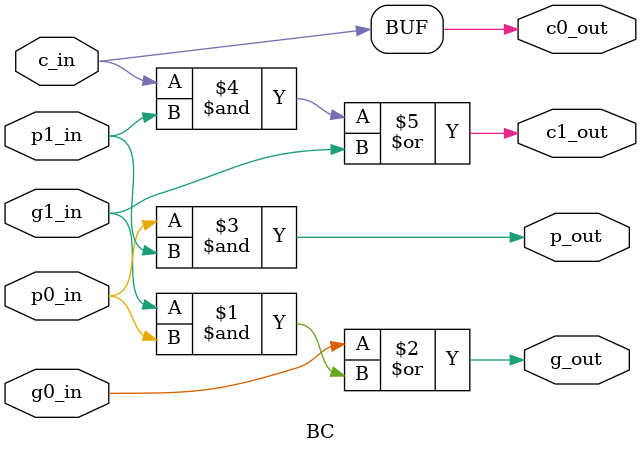
<source format=v>
module BC (input g0_in, p0_in, c_in, g1_in, p1_in, output g_out, p_out, c0_out, c1_out);
  assign g_out = g0_in | (g1_in & p0_in);
  assign p_out = p0_in & p1_in;
  assign c0_out = c_in;
  assign c1_out = (c_in & p1_in) | g1_in;
endmodule

</source>
